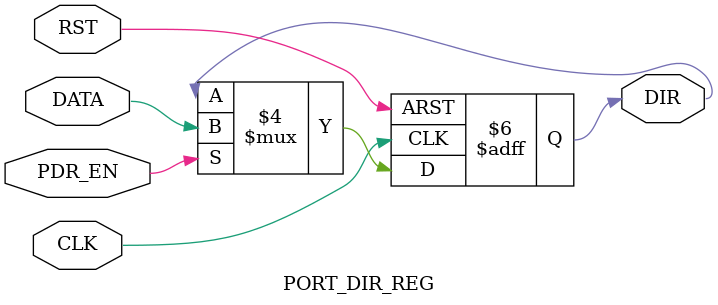
<source format=sv>
`timescale 1 ns/1 ns
module PORT_DIR_REG(DIR,DATA,PDR_EN,CLK,RST);
 input DATA,PDR_EN,CLK,RST;
 output reg DIR;
 
 always_ff @(posedge CLK, negedge RST)
 if(!RST) DIR <= 1'b0;
 else if(PDR_EN) DIR <= DATA;
 else DIR <= DIR ;
endmodule 

</source>
